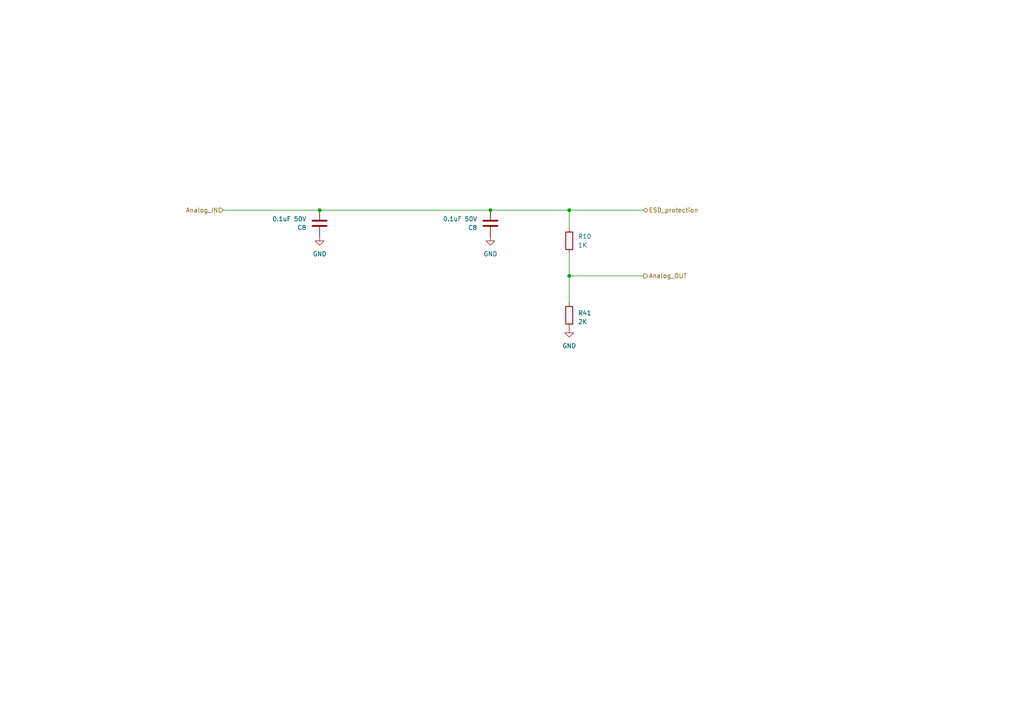
<source format=kicad_sch>
(kicad_sch (version 20230121) (generator eeschema)
  (paper "A4")
  (title_block (title "Vehicle Emulator Board") (date "2025-03-09") (rev "1.0.0") (comment 1 "https://github.com/martinroger/VXDash") (comment 2 "https://cadlab.io/projects/vxdash"))
  (lib_symbols
    (symbol "Device:C" (pin_numbers hide) (pin_names (offset 0.254))
      (property "Reference" "C" (at 0.635 2.54 0))
      (property "Value" "C" (at 0.635 -2.54 0))
      (symbol "C_0_1"
        (polyline (pts (xy -2.032 -0.762) (xy 2.032 -0.762)) (stroke (width 0.508)))
        (polyline (pts (xy -2.032 0.762) (xy 2.032 0.762)) (stroke (width 0.508)))
      )
      (symbol "C_1_1"
        (pin passive line (at 0 3.81 270) (length 2.794) (name "~") (number "1"))
        (pin passive line (at 0 -3.81 90) (length 2.794) (name "~") (number "2"))
      )
    )
    (symbol "Device:R" (pin_numbers hide) (pin_names (offset 0))
      (property "Reference" "R" (at 2.032 0 90))
      (property "Value" "R" (at 0 0 90))
      (symbol "R_0_1"
        (rectangle (start -1.016 -2.54) (end 1.016 2.54) (stroke (width 0.254)))
      )
      (symbol "R_1_1"
        (pin passive line (at 0 3.81 270) (length 1.27) (name "~") (number "1"))
        (pin passive line (at 0 -3.81 90) (length 1.27) (name "~") (number "2"))
      )
    )
    (symbol "power:GND" (power) (pin_names (offset 0))
      (property "Value" "GND" (at 0 -3.81 0))
      (symbol "GND_0_1"
        (polyline (pts (xy 0 0) (xy 0 -1.27) (xy 1.27 -1.27) (xy 0 -2.54) (xy -1.27 -1.27) (xy 0 -1.27)))
      )
      (symbol "GND_1_1"
        (pin power_in line (at 0 0 270) (length 0) hide (name "GND") (number "1"))
      )
    )
  )
  (junction (at 142.24 60.96))
  (junction (at 165.1 80.01))
  (junction (at 92.71 60.96))
  (junction (at 165.1 60.96))
  (wire (pts (xy 165.1 80.01) (xy 186.69 80.01)))
  (wire (pts (xy 92.71 60.96) (xy 142.24 60.96)))
  (wire (pts (xy 165.1 66.04) (xy 165.1 60.96)))
  (wire (pts (xy 165.1 73.66) (xy 165.1 80.01)))
  (wire (pts (xy 165.1 60.96) (xy 186.69 60.96)))
  (wire (pts (xy 165.1 80.01) (xy 165.1 87.63)))
  (wire (pts (xy 165.1 60.96) (xy 142.24 60.96)))
  (wire (pts (xy 92.71 60.96) (xy 64.77 60.96)))
  (hierarchical_label "Analog_IN" (shape input) (at 64.77 60.96 180))
  (hierarchical_label "ESD_protection" (shape bidirectional) (at 186.69 60.96 0))
  (hierarchical_label "Analog_OUT" (shape output) (at 186.69 80.01 0))
  (symbol (lib_id "power:GND") (at 142.24 68.58 0) (unit 1)
    (property "Reference" "#PWR047" (effects hide))
    (property "Value" "GND" (at 142.24 73.66 0))
    (instances (project "Vehicle Emulator Board" (path "" (reference "#PWR047") (unit 1)) (path "" (reference "#PWR050") (unit 1)) (path "" (reference "#PWR053") (unit 1)) (path "" (reference "#PWR056") (unit 1))))
  )
  (symbol (lib_id "Device:R") (at 165.1 91.44 180) (unit 1)
    (property "Reference" "R41" (at 167.64 90.805 0) (effects (justify right)))
    (property "Value" "2K" (at 167.64 93.345 0) (effects (justify right)))
    (property "Footprint" "Resistor_SMD:R_0805_2012Metric" (effects hide))
    (property "Datasheet" "https://www.seielect.com/Catalog/SEI-RMCF_RMCP.pdf" (effects hide))
    (property "Description" "RES 2K OHM 1% 1/8W 0805" (effects hide))
    (property "Manufacturer_Name" "Stackpole Electronics Inc" (effects hide))
    (property "Manufacturer_Part_Number" "RMCF0805FT2K00" (effects hide))
    (instances (project "Vehicle Emulator Board" (path "" (reference "R41") (unit 1)) (path "" (reference "R43") (unit 1)) (path "" (reference "R45") (unit 1)) (path "" (reference "R47") (unit 1))))
  )
  (symbol (lib_id "power:GND") (at 92.71 68.58 0) (unit 1)
    (property "Reference" "#PWR046" (effects hide))
    (property "Value" "GND" (at 92.71 73.66 0))
    (instances (project "Vehicle Emulator Board" (path "" (reference "#PWR046") (unit 1)) (path "" (reference "#PWR049") (unit 1)) (path "" (reference "#PWR052") (unit 1)) (path "" (reference "#PWR055") (unit 1))))
  )
  (symbol (lib_id "power:GND") (at 165.1 95.25 0) (unit 1)
    (property "Reference" "#PWR048" (effects hide))
    (property "Value" "GND" (at 165.1 100.33 0))
    (instances (project "Vehicle Emulator Board" (path "" (reference "#PWR048") (unit 1)) (path "" (reference "#PWR051") (unit 1)) (path "" (reference "#PWR054") (unit 1)) (path "" (reference "#PWR057") (unit 1))))
  )
  (symbol (lib_id "Device:R") (at 165.1 69.85 0) (unit 1)
    (property "Reference" "R10" (at 167.64 68.5799 0) (effects (justify left)))
    (property "Value" "1K" (at 167.64 71.1199 0) (effects (justify left)))
    (property "Footprint" "Resistor_SMD:R_0805_2012Metric" (effects hide))
    (property "Datasheet" "https://www.seielect.com/Catalog/SEI-RMCF_RMCP.pdf" (effects hide))
    (property "Manufacturer_Name" "Stackpole Electronics Inc" (effects hide))
    (property "Manufacturer_Part_Number" "RMCF0805FT1K00" (effects hide))
    (property "Description" "RES 1K OHM 1% 1/8W 0805" (effects hide))
    (instances (project "DashSpy" (path "" (reference "R10") (unit 1)) (path "" (reference "R25") (unit 1)) (path "" (reference "R28") (unit 1)) (path "" (reference "R31") (unit 1)) (path "" (reference "R34") (unit 1)) (path "" (reference "R37") (unit 1)) (path "" (reference "R40") (unit 1)) (path "" (reference "R43") (unit 1)) (path "" (reference "R46") (unit 1)) (path "" (reference "R49") (unit 1)) (path "" (reference "R52") (unit 1))) (project "Vehicle Emulator Board" (path "" (reference "R1") (unit 1)) (path "" (reference "R3") (unit 1)) (path "" (reference "R5") (unit 1)) (path "" (reference "R12") (unit 1)) (path "" (reference "R14") (unit 1)) (path "" (reference "R16") (unit 1)) (path "" (reference "R18") (unit 1)) (path "" (reference "R20") (unit 1)) (path "" (reference "R22") (unit 1)) (path "" (reference "R24") (unit 1)) (path "" (reference "R40") (unit 1)) (path "" (reference "R42") (unit 1)) (path "" (reference "R44") (unit 1)) (path "" (reference "R46") (unit 1))))
  )
  (symbol (lib_id "Device:C") (at 92.71 64.77 0) (mirror x) (unit 1)
    (property "Reference" "C8" (at 88.9 66.0401 0) (effects (justify right)))
    (property "Value" "0.1uF 50V" (at 88.9 63.5001 0) (effects (justify right)))
    (property "Footprint" "Capacitor_SMD:C_0603_1608Metric" (effects hide))
    (property "Datasheet" "https://media.digikey.com/pdf/Data%20Sheets/Samsung%20PDFs/CL10B104KB8NNWC_Spec.pdf" (effects hide))
    (property "Manufacturer_Name" "Samsung" (effects hide))
    (property "Manufacturer_Part_Number" "CL10B104KB8NNWC" (effects hide))
    (property "Description" "CAP CER 0.1UF 50V X7R 0603" (effects hide))
    (instances (project "DashSpy" (path "" (reference "C8") (unit 1))) (project "Vehicle Emulator Board" (path "" (reference "C2") (unit 1)) (path "" (reference "C25") (unit 1)) (path "" (reference "C27") (unit 1)) (path "" (reference "C29") (unit 1)) (path "" (reference "C31") (unit 1))))
  )
  (symbol (lib_id "Device:C") (at 142.24 64.77 0) (mirror x) (unit 1)
    (property "Reference" "C8" (at 138.43 66.0401 0) (effects (justify right)))
    (property "Value" "0.1uF 50V" (at 138.43 63.5001 0) (effects (justify right)))
    (property "Footprint" "Capacitor_SMD:C_0603_1608Metric" (effects hide))
    (property "Datasheet" "https://media.digikey.com/pdf/Data%20Sheets/Samsung%20PDFs/CL10B104KB8NNWC_Spec.pdf" (effects hide))
    (property "Manufacturer_Name" "Samsung" (effects hide))
    (property "Manufacturer_Part_Number" "CL10B104KB8NNWC" (effects hide))
    (property "Description" "CAP CER 0.1UF 50V X7R 0603" (effects hide))
    (instances (project "DashSpy" (path "" (reference "C8") (unit 1))) (project "Vehicle Emulator Board" (path "" (reference "C2") (unit 1)) (path "" (reference "C26") (unit 1)) (path "" (reference "C28") (unit 1)) (path "" (reference "C30") (unit 1)) (path "" (reference "C32") (unit 1))))
  )
)
</source>
